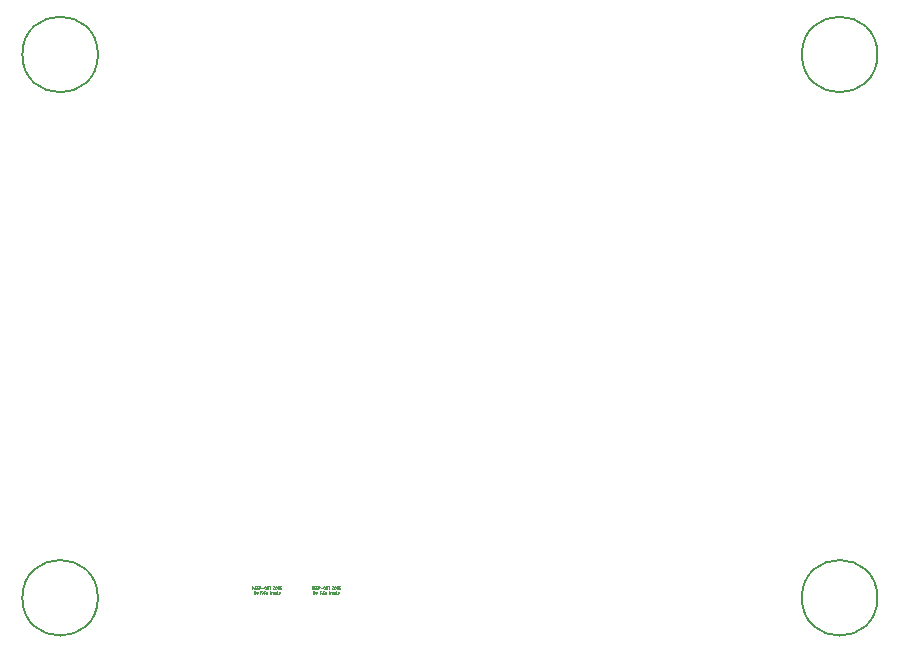
<source format=gbr>
%TF.GenerationSoftware,KiCad,Pcbnew,8.0.2*%
%TF.CreationDate,2024-10-13T21:39:52+02:00*%
%TF.ProjectId,OS-RelayDecoder-8,4f532d52-656c-4617-9944-65636f646572,rev?*%
%TF.SameCoordinates,Original*%
%TF.FileFunction,Other,Comment*%
%FSLAX46Y46*%
G04 Gerber Fmt 4.6, Leading zero omitted, Abs format (unit mm)*
G04 Created by KiCad (PCBNEW 8.0.2) date 2024-10-13 21:39:52*
%MOMM*%
%LPD*%
G01*
G04 APERTURE LIST*
%ADD10C,0.030000*%
%ADD11C,0.150000*%
G04 APERTURE END LIST*
D10*
X71285715Y-125239963D02*
X71285715Y-125039963D01*
X71400000Y-125239963D02*
X71314286Y-125125678D01*
X71400000Y-125039963D02*
X71285715Y-125154249D01*
X71485715Y-125135201D02*
X71552381Y-125135201D01*
X71580953Y-125239963D02*
X71485715Y-125239963D01*
X71485715Y-125239963D02*
X71485715Y-125039963D01*
X71485715Y-125039963D02*
X71580953Y-125039963D01*
X71666667Y-125135201D02*
X71733333Y-125135201D01*
X71761905Y-125239963D02*
X71666667Y-125239963D01*
X71666667Y-125239963D02*
X71666667Y-125039963D01*
X71666667Y-125039963D02*
X71761905Y-125039963D01*
X71847619Y-125239963D02*
X71847619Y-125039963D01*
X71847619Y-125039963D02*
X71923809Y-125039963D01*
X71923809Y-125039963D02*
X71942857Y-125049487D01*
X71942857Y-125049487D02*
X71952380Y-125059011D01*
X71952380Y-125059011D02*
X71961904Y-125078059D01*
X71961904Y-125078059D02*
X71961904Y-125106630D01*
X71961904Y-125106630D02*
X71952380Y-125125678D01*
X71952380Y-125125678D02*
X71942857Y-125135201D01*
X71942857Y-125135201D02*
X71923809Y-125144725D01*
X71923809Y-125144725D02*
X71847619Y-125144725D01*
X72047619Y-125163773D02*
X72200000Y-125163773D01*
X72333333Y-125039963D02*
X72371428Y-125039963D01*
X72371428Y-125039963D02*
X72390476Y-125049487D01*
X72390476Y-125049487D02*
X72409523Y-125068535D01*
X72409523Y-125068535D02*
X72419047Y-125106630D01*
X72419047Y-125106630D02*
X72419047Y-125173297D01*
X72419047Y-125173297D02*
X72409523Y-125211392D01*
X72409523Y-125211392D02*
X72390476Y-125230440D01*
X72390476Y-125230440D02*
X72371428Y-125239963D01*
X72371428Y-125239963D02*
X72333333Y-125239963D01*
X72333333Y-125239963D02*
X72314285Y-125230440D01*
X72314285Y-125230440D02*
X72295238Y-125211392D01*
X72295238Y-125211392D02*
X72285714Y-125173297D01*
X72285714Y-125173297D02*
X72285714Y-125106630D01*
X72285714Y-125106630D02*
X72295238Y-125068535D01*
X72295238Y-125068535D02*
X72314285Y-125049487D01*
X72314285Y-125049487D02*
X72333333Y-125039963D01*
X72504762Y-125039963D02*
X72504762Y-125201868D01*
X72504762Y-125201868D02*
X72514285Y-125220916D01*
X72514285Y-125220916D02*
X72523809Y-125230440D01*
X72523809Y-125230440D02*
X72542857Y-125239963D01*
X72542857Y-125239963D02*
X72580952Y-125239963D01*
X72580952Y-125239963D02*
X72600000Y-125230440D01*
X72600000Y-125230440D02*
X72609523Y-125220916D01*
X72609523Y-125220916D02*
X72619047Y-125201868D01*
X72619047Y-125201868D02*
X72619047Y-125039963D01*
X72685714Y-125039963D02*
X72800000Y-125039963D01*
X72742857Y-125239963D02*
X72742857Y-125039963D01*
X73000000Y-125039963D02*
X73133333Y-125039963D01*
X73133333Y-125039963D02*
X73000000Y-125239963D01*
X73000000Y-125239963D02*
X73133333Y-125239963D01*
X73247619Y-125039963D02*
X73285714Y-125039963D01*
X73285714Y-125039963D02*
X73304762Y-125049487D01*
X73304762Y-125049487D02*
X73323809Y-125068535D01*
X73323809Y-125068535D02*
X73333333Y-125106630D01*
X73333333Y-125106630D02*
X73333333Y-125173297D01*
X73333333Y-125173297D02*
X73323809Y-125211392D01*
X73323809Y-125211392D02*
X73304762Y-125230440D01*
X73304762Y-125230440D02*
X73285714Y-125239963D01*
X73285714Y-125239963D02*
X73247619Y-125239963D01*
X73247619Y-125239963D02*
X73228571Y-125230440D01*
X73228571Y-125230440D02*
X73209524Y-125211392D01*
X73209524Y-125211392D02*
X73200000Y-125173297D01*
X73200000Y-125173297D02*
X73200000Y-125106630D01*
X73200000Y-125106630D02*
X73209524Y-125068535D01*
X73209524Y-125068535D02*
X73228571Y-125049487D01*
X73228571Y-125049487D02*
X73247619Y-125039963D01*
X73419048Y-125239963D02*
X73419048Y-125039963D01*
X73419048Y-125039963D02*
X73533333Y-125239963D01*
X73533333Y-125239963D02*
X73533333Y-125039963D01*
X73628572Y-125135201D02*
X73695238Y-125135201D01*
X73723810Y-125239963D02*
X73628572Y-125239963D01*
X73628572Y-125239963D02*
X73628572Y-125039963D01*
X73628572Y-125039963D02*
X73723810Y-125039963D01*
X71419047Y-125639963D02*
X71419047Y-125439963D01*
X71419047Y-125439963D02*
X71533332Y-125639963D01*
X71533332Y-125639963D02*
X71533332Y-125439963D01*
X71657142Y-125639963D02*
X71638094Y-125630440D01*
X71638094Y-125630440D02*
X71628571Y-125620916D01*
X71628571Y-125620916D02*
X71619047Y-125601868D01*
X71619047Y-125601868D02*
X71619047Y-125544725D01*
X71619047Y-125544725D02*
X71628571Y-125525678D01*
X71628571Y-125525678D02*
X71638094Y-125516154D01*
X71638094Y-125516154D02*
X71657142Y-125506630D01*
X71657142Y-125506630D02*
X71685713Y-125506630D01*
X71685713Y-125506630D02*
X71704761Y-125516154D01*
X71704761Y-125516154D02*
X71714285Y-125525678D01*
X71714285Y-125525678D02*
X71723809Y-125544725D01*
X71723809Y-125544725D02*
X71723809Y-125601868D01*
X71723809Y-125601868D02*
X71714285Y-125620916D01*
X71714285Y-125620916D02*
X71704761Y-125630440D01*
X71704761Y-125630440D02*
X71685713Y-125639963D01*
X71685713Y-125639963D02*
X71657142Y-125639963D01*
X72028570Y-125535201D02*
X71961904Y-125535201D01*
X71961904Y-125639963D02*
X71961904Y-125439963D01*
X71961904Y-125439963D02*
X72057142Y-125439963D01*
X72133333Y-125620916D02*
X72142856Y-125630440D01*
X72142856Y-125630440D02*
X72133333Y-125639963D01*
X72133333Y-125639963D02*
X72123809Y-125630440D01*
X72123809Y-125630440D02*
X72133333Y-125620916D01*
X72133333Y-125620916D02*
X72133333Y-125639963D01*
X72342856Y-125620916D02*
X72333332Y-125630440D01*
X72333332Y-125630440D02*
X72304761Y-125639963D01*
X72304761Y-125639963D02*
X72285713Y-125639963D01*
X72285713Y-125639963D02*
X72257142Y-125630440D01*
X72257142Y-125630440D02*
X72238094Y-125611392D01*
X72238094Y-125611392D02*
X72228571Y-125592344D01*
X72228571Y-125592344D02*
X72219047Y-125554249D01*
X72219047Y-125554249D02*
X72219047Y-125525678D01*
X72219047Y-125525678D02*
X72228571Y-125487582D01*
X72228571Y-125487582D02*
X72238094Y-125468535D01*
X72238094Y-125468535D02*
X72257142Y-125449487D01*
X72257142Y-125449487D02*
X72285713Y-125439963D01*
X72285713Y-125439963D02*
X72304761Y-125439963D01*
X72304761Y-125439963D02*
X72333332Y-125449487D01*
X72333332Y-125449487D02*
X72342856Y-125459011D01*
X72514285Y-125506630D02*
X72514285Y-125639963D01*
X72428571Y-125506630D02*
X72428571Y-125611392D01*
X72428571Y-125611392D02*
X72438094Y-125630440D01*
X72438094Y-125630440D02*
X72457142Y-125639963D01*
X72457142Y-125639963D02*
X72485713Y-125639963D01*
X72485713Y-125639963D02*
X72504761Y-125630440D01*
X72504761Y-125630440D02*
X72514285Y-125620916D01*
X72733332Y-125506630D02*
X72809523Y-125506630D01*
X72761904Y-125439963D02*
X72761904Y-125611392D01*
X72761904Y-125611392D02*
X72771427Y-125630440D01*
X72771427Y-125630440D02*
X72790475Y-125639963D01*
X72790475Y-125639963D02*
X72809523Y-125639963D01*
X72876190Y-125639963D02*
X72876190Y-125506630D01*
X72876190Y-125544725D02*
X72885713Y-125525678D01*
X72885713Y-125525678D02*
X72895237Y-125516154D01*
X72895237Y-125516154D02*
X72914285Y-125506630D01*
X72914285Y-125506630D02*
X72933332Y-125506630D01*
X73085714Y-125639963D02*
X73085714Y-125535201D01*
X73085714Y-125535201D02*
X73076190Y-125516154D01*
X73076190Y-125516154D02*
X73057142Y-125506630D01*
X73057142Y-125506630D02*
X73019047Y-125506630D01*
X73019047Y-125506630D02*
X73000000Y-125516154D01*
X73085714Y-125630440D02*
X73066666Y-125639963D01*
X73066666Y-125639963D02*
X73019047Y-125639963D01*
X73019047Y-125639963D02*
X73000000Y-125630440D01*
X73000000Y-125630440D02*
X72990476Y-125611392D01*
X72990476Y-125611392D02*
X72990476Y-125592344D01*
X72990476Y-125592344D02*
X73000000Y-125573297D01*
X73000000Y-125573297D02*
X73019047Y-125563773D01*
X73019047Y-125563773D02*
X73066666Y-125563773D01*
X73066666Y-125563773D02*
X73085714Y-125554249D01*
X73266666Y-125630440D02*
X73247618Y-125639963D01*
X73247618Y-125639963D02*
X73209523Y-125639963D01*
X73209523Y-125639963D02*
X73190475Y-125630440D01*
X73190475Y-125630440D02*
X73180952Y-125620916D01*
X73180952Y-125620916D02*
X73171428Y-125601868D01*
X73171428Y-125601868D02*
X73171428Y-125544725D01*
X73171428Y-125544725D02*
X73180952Y-125525678D01*
X73180952Y-125525678D02*
X73190475Y-125516154D01*
X73190475Y-125516154D02*
X73209523Y-125506630D01*
X73209523Y-125506630D02*
X73247618Y-125506630D01*
X73247618Y-125506630D02*
X73266666Y-125516154D01*
X73352381Y-125639963D02*
X73352381Y-125439963D01*
X73371428Y-125563773D02*
X73428571Y-125639963D01*
X73428571Y-125506630D02*
X73352381Y-125582820D01*
X73504762Y-125630440D02*
X73523809Y-125639963D01*
X73523809Y-125639963D02*
X73561905Y-125639963D01*
X73561905Y-125639963D02*
X73580952Y-125630440D01*
X73580952Y-125630440D02*
X73590476Y-125611392D01*
X73590476Y-125611392D02*
X73590476Y-125601868D01*
X73590476Y-125601868D02*
X73580952Y-125582820D01*
X73580952Y-125582820D02*
X73561905Y-125573297D01*
X73561905Y-125573297D02*
X73533333Y-125573297D01*
X73533333Y-125573297D02*
X73514286Y-125563773D01*
X73514286Y-125563773D02*
X73504762Y-125544725D01*
X73504762Y-125544725D02*
X73504762Y-125535201D01*
X73504762Y-125535201D02*
X73514286Y-125516154D01*
X73514286Y-125516154D02*
X73533333Y-125506630D01*
X73533333Y-125506630D02*
X73561905Y-125506630D01*
X73561905Y-125506630D02*
X73580952Y-125516154D01*
X66285715Y-125239963D02*
X66285715Y-125039963D01*
X66400000Y-125239963D02*
X66314286Y-125125678D01*
X66400000Y-125039963D02*
X66285715Y-125154249D01*
X66485715Y-125135201D02*
X66552381Y-125135201D01*
X66580953Y-125239963D02*
X66485715Y-125239963D01*
X66485715Y-125239963D02*
X66485715Y-125039963D01*
X66485715Y-125039963D02*
X66580953Y-125039963D01*
X66666667Y-125135201D02*
X66733333Y-125135201D01*
X66761905Y-125239963D02*
X66666667Y-125239963D01*
X66666667Y-125239963D02*
X66666667Y-125039963D01*
X66666667Y-125039963D02*
X66761905Y-125039963D01*
X66847619Y-125239963D02*
X66847619Y-125039963D01*
X66847619Y-125039963D02*
X66923809Y-125039963D01*
X66923809Y-125039963D02*
X66942857Y-125049487D01*
X66942857Y-125049487D02*
X66952380Y-125059011D01*
X66952380Y-125059011D02*
X66961904Y-125078059D01*
X66961904Y-125078059D02*
X66961904Y-125106630D01*
X66961904Y-125106630D02*
X66952380Y-125125678D01*
X66952380Y-125125678D02*
X66942857Y-125135201D01*
X66942857Y-125135201D02*
X66923809Y-125144725D01*
X66923809Y-125144725D02*
X66847619Y-125144725D01*
X67047619Y-125163773D02*
X67200000Y-125163773D01*
X67333333Y-125039963D02*
X67371428Y-125039963D01*
X67371428Y-125039963D02*
X67390476Y-125049487D01*
X67390476Y-125049487D02*
X67409523Y-125068535D01*
X67409523Y-125068535D02*
X67419047Y-125106630D01*
X67419047Y-125106630D02*
X67419047Y-125173297D01*
X67419047Y-125173297D02*
X67409523Y-125211392D01*
X67409523Y-125211392D02*
X67390476Y-125230440D01*
X67390476Y-125230440D02*
X67371428Y-125239963D01*
X67371428Y-125239963D02*
X67333333Y-125239963D01*
X67333333Y-125239963D02*
X67314285Y-125230440D01*
X67314285Y-125230440D02*
X67295238Y-125211392D01*
X67295238Y-125211392D02*
X67285714Y-125173297D01*
X67285714Y-125173297D02*
X67285714Y-125106630D01*
X67285714Y-125106630D02*
X67295238Y-125068535D01*
X67295238Y-125068535D02*
X67314285Y-125049487D01*
X67314285Y-125049487D02*
X67333333Y-125039963D01*
X67504762Y-125039963D02*
X67504762Y-125201868D01*
X67504762Y-125201868D02*
X67514285Y-125220916D01*
X67514285Y-125220916D02*
X67523809Y-125230440D01*
X67523809Y-125230440D02*
X67542857Y-125239963D01*
X67542857Y-125239963D02*
X67580952Y-125239963D01*
X67580952Y-125239963D02*
X67600000Y-125230440D01*
X67600000Y-125230440D02*
X67609523Y-125220916D01*
X67609523Y-125220916D02*
X67619047Y-125201868D01*
X67619047Y-125201868D02*
X67619047Y-125039963D01*
X67685714Y-125039963D02*
X67800000Y-125039963D01*
X67742857Y-125239963D02*
X67742857Y-125039963D01*
X68000000Y-125039963D02*
X68133333Y-125039963D01*
X68133333Y-125039963D02*
X68000000Y-125239963D01*
X68000000Y-125239963D02*
X68133333Y-125239963D01*
X68247619Y-125039963D02*
X68285714Y-125039963D01*
X68285714Y-125039963D02*
X68304762Y-125049487D01*
X68304762Y-125049487D02*
X68323809Y-125068535D01*
X68323809Y-125068535D02*
X68333333Y-125106630D01*
X68333333Y-125106630D02*
X68333333Y-125173297D01*
X68333333Y-125173297D02*
X68323809Y-125211392D01*
X68323809Y-125211392D02*
X68304762Y-125230440D01*
X68304762Y-125230440D02*
X68285714Y-125239963D01*
X68285714Y-125239963D02*
X68247619Y-125239963D01*
X68247619Y-125239963D02*
X68228571Y-125230440D01*
X68228571Y-125230440D02*
X68209524Y-125211392D01*
X68209524Y-125211392D02*
X68200000Y-125173297D01*
X68200000Y-125173297D02*
X68200000Y-125106630D01*
X68200000Y-125106630D02*
X68209524Y-125068535D01*
X68209524Y-125068535D02*
X68228571Y-125049487D01*
X68228571Y-125049487D02*
X68247619Y-125039963D01*
X68419048Y-125239963D02*
X68419048Y-125039963D01*
X68419048Y-125039963D02*
X68533333Y-125239963D01*
X68533333Y-125239963D02*
X68533333Y-125039963D01*
X68628572Y-125135201D02*
X68695238Y-125135201D01*
X68723810Y-125239963D02*
X68628572Y-125239963D01*
X68628572Y-125239963D02*
X68628572Y-125039963D01*
X68628572Y-125039963D02*
X68723810Y-125039963D01*
X66419047Y-125639963D02*
X66419047Y-125439963D01*
X66419047Y-125439963D02*
X66533332Y-125639963D01*
X66533332Y-125639963D02*
X66533332Y-125439963D01*
X66657142Y-125639963D02*
X66638094Y-125630440D01*
X66638094Y-125630440D02*
X66628571Y-125620916D01*
X66628571Y-125620916D02*
X66619047Y-125601868D01*
X66619047Y-125601868D02*
X66619047Y-125544725D01*
X66619047Y-125544725D02*
X66628571Y-125525678D01*
X66628571Y-125525678D02*
X66638094Y-125516154D01*
X66638094Y-125516154D02*
X66657142Y-125506630D01*
X66657142Y-125506630D02*
X66685713Y-125506630D01*
X66685713Y-125506630D02*
X66704761Y-125516154D01*
X66704761Y-125516154D02*
X66714285Y-125525678D01*
X66714285Y-125525678D02*
X66723809Y-125544725D01*
X66723809Y-125544725D02*
X66723809Y-125601868D01*
X66723809Y-125601868D02*
X66714285Y-125620916D01*
X66714285Y-125620916D02*
X66704761Y-125630440D01*
X66704761Y-125630440D02*
X66685713Y-125639963D01*
X66685713Y-125639963D02*
X66657142Y-125639963D01*
X67028570Y-125535201D02*
X66961904Y-125535201D01*
X66961904Y-125639963D02*
X66961904Y-125439963D01*
X66961904Y-125439963D02*
X67057142Y-125439963D01*
X67133333Y-125620916D02*
X67142856Y-125630440D01*
X67142856Y-125630440D02*
X67133333Y-125639963D01*
X67133333Y-125639963D02*
X67123809Y-125630440D01*
X67123809Y-125630440D02*
X67133333Y-125620916D01*
X67133333Y-125620916D02*
X67133333Y-125639963D01*
X67342856Y-125620916D02*
X67333332Y-125630440D01*
X67333332Y-125630440D02*
X67304761Y-125639963D01*
X67304761Y-125639963D02*
X67285713Y-125639963D01*
X67285713Y-125639963D02*
X67257142Y-125630440D01*
X67257142Y-125630440D02*
X67238094Y-125611392D01*
X67238094Y-125611392D02*
X67228571Y-125592344D01*
X67228571Y-125592344D02*
X67219047Y-125554249D01*
X67219047Y-125554249D02*
X67219047Y-125525678D01*
X67219047Y-125525678D02*
X67228571Y-125487582D01*
X67228571Y-125487582D02*
X67238094Y-125468535D01*
X67238094Y-125468535D02*
X67257142Y-125449487D01*
X67257142Y-125449487D02*
X67285713Y-125439963D01*
X67285713Y-125439963D02*
X67304761Y-125439963D01*
X67304761Y-125439963D02*
X67333332Y-125449487D01*
X67333332Y-125449487D02*
X67342856Y-125459011D01*
X67514285Y-125506630D02*
X67514285Y-125639963D01*
X67428571Y-125506630D02*
X67428571Y-125611392D01*
X67428571Y-125611392D02*
X67438094Y-125630440D01*
X67438094Y-125630440D02*
X67457142Y-125639963D01*
X67457142Y-125639963D02*
X67485713Y-125639963D01*
X67485713Y-125639963D02*
X67504761Y-125630440D01*
X67504761Y-125630440D02*
X67514285Y-125620916D01*
X67733332Y-125506630D02*
X67809523Y-125506630D01*
X67761904Y-125439963D02*
X67761904Y-125611392D01*
X67761904Y-125611392D02*
X67771427Y-125630440D01*
X67771427Y-125630440D02*
X67790475Y-125639963D01*
X67790475Y-125639963D02*
X67809523Y-125639963D01*
X67876190Y-125639963D02*
X67876190Y-125506630D01*
X67876190Y-125544725D02*
X67885713Y-125525678D01*
X67885713Y-125525678D02*
X67895237Y-125516154D01*
X67895237Y-125516154D02*
X67914285Y-125506630D01*
X67914285Y-125506630D02*
X67933332Y-125506630D01*
X68085714Y-125639963D02*
X68085714Y-125535201D01*
X68085714Y-125535201D02*
X68076190Y-125516154D01*
X68076190Y-125516154D02*
X68057142Y-125506630D01*
X68057142Y-125506630D02*
X68019047Y-125506630D01*
X68019047Y-125506630D02*
X68000000Y-125516154D01*
X68085714Y-125630440D02*
X68066666Y-125639963D01*
X68066666Y-125639963D02*
X68019047Y-125639963D01*
X68019047Y-125639963D02*
X68000000Y-125630440D01*
X68000000Y-125630440D02*
X67990476Y-125611392D01*
X67990476Y-125611392D02*
X67990476Y-125592344D01*
X67990476Y-125592344D02*
X68000000Y-125573297D01*
X68000000Y-125573297D02*
X68019047Y-125563773D01*
X68019047Y-125563773D02*
X68066666Y-125563773D01*
X68066666Y-125563773D02*
X68085714Y-125554249D01*
X68266666Y-125630440D02*
X68247618Y-125639963D01*
X68247618Y-125639963D02*
X68209523Y-125639963D01*
X68209523Y-125639963D02*
X68190475Y-125630440D01*
X68190475Y-125630440D02*
X68180952Y-125620916D01*
X68180952Y-125620916D02*
X68171428Y-125601868D01*
X68171428Y-125601868D02*
X68171428Y-125544725D01*
X68171428Y-125544725D02*
X68180952Y-125525678D01*
X68180952Y-125525678D02*
X68190475Y-125516154D01*
X68190475Y-125516154D02*
X68209523Y-125506630D01*
X68209523Y-125506630D02*
X68247618Y-125506630D01*
X68247618Y-125506630D02*
X68266666Y-125516154D01*
X68352381Y-125639963D02*
X68352381Y-125439963D01*
X68371428Y-125563773D02*
X68428571Y-125639963D01*
X68428571Y-125506630D02*
X68352381Y-125582820D01*
X68504762Y-125630440D02*
X68523809Y-125639963D01*
X68523809Y-125639963D02*
X68561905Y-125639963D01*
X68561905Y-125639963D02*
X68580952Y-125630440D01*
X68580952Y-125630440D02*
X68590476Y-125611392D01*
X68590476Y-125611392D02*
X68590476Y-125601868D01*
X68590476Y-125601868D02*
X68580952Y-125582820D01*
X68580952Y-125582820D02*
X68561905Y-125573297D01*
X68561905Y-125573297D02*
X68533333Y-125573297D01*
X68533333Y-125573297D02*
X68514286Y-125563773D01*
X68514286Y-125563773D02*
X68504762Y-125544725D01*
X68504762Y-125544725D02*
X68504762Y-125535201D01*
X68504762Y-125535201D02*
X68514286Y-125516154D01*
X68514286Y-125516154D02*
X68533333Y-125506630D01*
X68533333Y-125506630D02*
X68561905Y-125506630D01*
X68561905Y-125506630D02*
X68580952Y-125516154D01*
D11*
%TO.C,H104*%
X53200000Y-126000000D02*
G75*
G02*
X46800000Y-126000000I-3200000J0D01*
G01*
X46800000Y-126000000D02*
G75*
G02*
X53200000Y-126000000I3200000J0D01*
G01*
%TO.C,H101*%
X119200000Y-80000000D02*
G75*
G02*
X112800000Y-80000000I-3200000J0D01*
G01*
X112800000Y-80000000D02*
G75*
G02*
X119200000Y-80000000I3200000J0D01*
G01*
%TO.C,H102*%
X119200000Y-126000000D02*
G75*
G02*
X112800000Y-126000000I-3200000J0D01*
G01*
X112800000Y-126000000D02*
G75*
G02*
X119200000Y-126000000I3200000J0D01*
G01*
%TO.C,H103*%
X53200000Y-80000000D02*
G75*
G02*
X46800000Y-80000000I-3200000J0D01*
G01*
X46800000Y-80000000D02*
G75*
G02*
X53200000Y-80000000I3200000J0D01*
G01*
%TD*%
M02*

</source>
